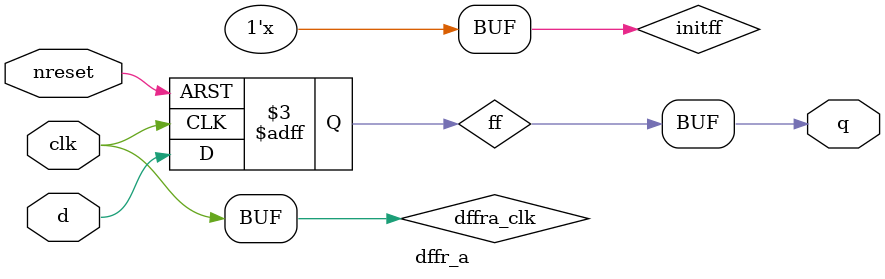
<source format=sv>
`timescale 1ns/1ns
`default_nettype none

parameter bit dffra_inv_clk = 0; /* DFFR Variant A clock input is inverted? */

module dffr_a #(
		parameter logic INITIAL_Q = 'x
	) (
		input  logic clk, nreset, d,
		output logic q
	);

	bit ff, initff;
	initial begin
		initff = /*isunknown(INITIAL_Q))*/0 ? /*random*/0 : INITIAL_Q;
		ff     = initff;
	end

	logic dffra_clk;
	assign dffra_clk = dffra_inv_clk ? !clk : clk;

	always_ff @(posedge dffra_clk, negedge nreset) begin
		if (nreset)
			ff <= /*isunknown(d))*/0 ? initff : d;
		else
			ff <= 0;
	end

	assign #T_DFFR_A q = ff;

endmodule

</source>
